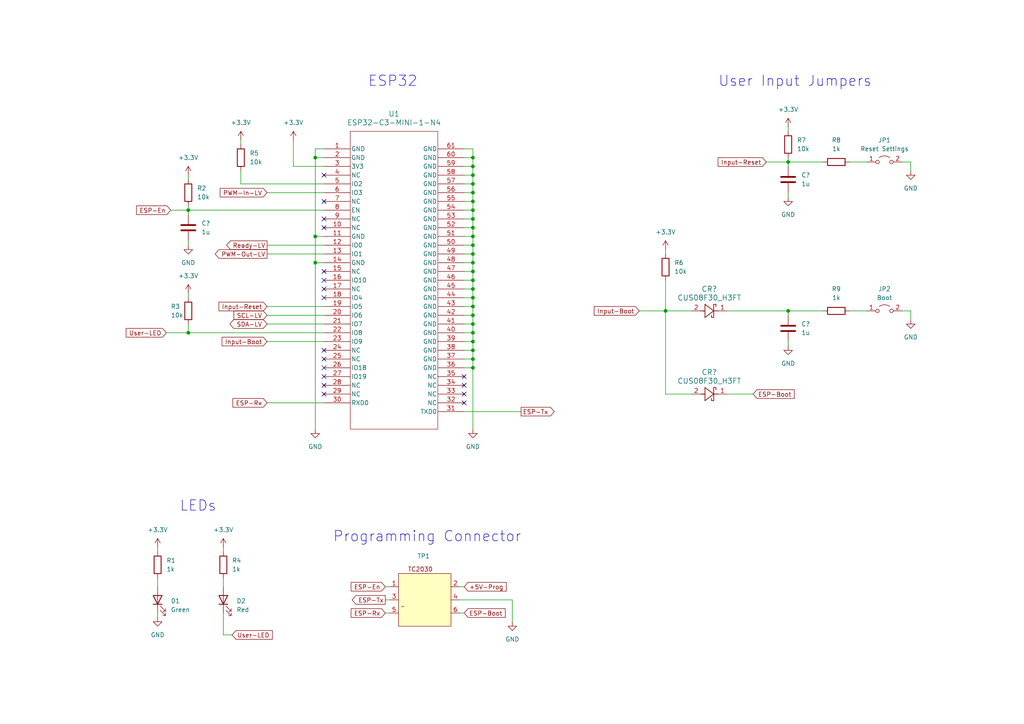
<source format=kicad_sch>
(kicad_sch (version 20230121) (generator eeschema)
  (paper "A4")
  (title_block (title "Hydrofoil Control") (date "2023-09-04") (rev "v1.0") (company "Tamás Nagy"))
  (lib_symbols
    (symbol "2023-09-11_18-18-06:ESP32-C3-MINI-1-N4" (pin_names (offset 0.254))
      (property "Reference" "U" (at 20.32 10.16 0))
      (property "Value" "ESP32-C3-MINI-1-N4" (at 20.32 7.62 0))
      (symbol "ESP32-C3-MINI-1-N4_0_1"
        (polyline (pts (xy 7.62 -81.28) (xy 33.02 -81.28)) (stroke (width 0.127)))
        (polyline (pts (xy 7.62 5.08) (xy 7.62 -81.28)) (stroke (width 0.127)))
        (polyline (pts (xy 33.02 -81.28) (xy 33.02 5.08)) (stroke (width 0.127)))
        (polyline (pts (xy 33.02 5.08) (xy 7.62 5.08)) (stroke (width 0.127)))
        (pin power_out line (at 0 0 0) (length 7.62) (name "GND") (number "1"))
        (pin no_connect line (at 0 -22.86 0) (length 7.62) (name "NC") (number "10"))
        (pin power_out line (at 0 -25.4 0) (length 7.62) (name "GND") (number "11"))
        (pin bidirectional line (at 0 -27.94 0) (length 7.62) (name "IO0") (number "12"))
        (pin bidirectional line (at 0 -30.48 0) (length 7.62) (name "IO1") (number "13"))
        (pin power_out line (at 0 -33.02 0) (length 7.62) (name "GND") (number "14"))
        (pin no_connect line (at 0 -35.56 0) (length 7.62) (name "NC") (number "15"))
        (pin bidirectional line (at 0 -38.1 0) (length 7.62) (name "IO10") (number "16"))
        (pin no_connect line (at 0 -40.64 0) (length 7.62) (name "NC") (number "17"))
        (pin bidirectional line (at 0 -43.18 0) (length 7.62) (name "IO4") (number "18"))
        (pin bidirectional line (at 0 -45.72 0) (length 7.62) (name "IO5") (number "19"))
        (pin power_out line (at 0 -2.54 0) (length 7.62) (name "GND") (number "2"))
        (pin bidirectional line (at 0 -48.26 0) (length 7.62) (name "IO6") (number "20"))
        (pin bidirectional line (at 0 -50.8 0) (length 7.62) (name "IO7") (number "21"))
        (pin bidirectional line (at 0 -53.34 0) (length 7.62) (name "IO8") (number "22"))
        (pin bidirectional line (at 0 -55.88 0) (length 7.62) (name "IO9") (number "23"))
        (pin no_connect line (at 0 -58.42 0) (length 7.62) (name "NC") (number "24"))
        (pin no_connect line (at 0 -60.96 0) (length 7.62) (name "NC") (number "25"))
        (pin bidirectional line (at 0 -63.5 0) (length 7.62) (name "IO18") (number "26"))
        (pin bidirectional line (at 0 -66.04 0) (length 7.62) (name "IO19") (number "27"))
        (pin no_connect line (at 0 -68.58 0) (length 7.62) (name "NC") (number "28"))
        (pin no_connect line (at 0 -71.12 0) (length 7.62) (name "NC") (number "29"))
        (pin power_in line (at 0 -5.08 0) (length 7.62) (name "3V3") (number "3"))
        (pin bidirectional line (at 0 -73.66 0) (length 7.62) (name "RXD0") (number "30"))
        (pin bidirectional line (at 40.64 -76.2 180) (length 7.62) (name "TXD0") (number "31"))
        (pin no_connect line (at 40.64 -73.66 180) (length 7.62) (name "NC") (number "32"))
        (pin no_connect line (at 40.64 -71.12 180) (length 7.62) (name "NC") (number "33"))
        (pin no_connect line (at 40.64 -68.58 180) (length 7.62) (name "NC") (number "34"))
        (pin no_connect line (at 40.64 -66.04 180) (length 7.62) (name "NC") (number "35"))
        (pin power_out line (at 40.64 -63.5 180) (length 7.62) (name "GND") (number "36"))
        (pin power_out line (at 40.64 -60.96 180) (length 7.62) (name "GND") (number "37"))
        (pin power_out line (at 40.64 -58.42 180) (length 7.62) (name "GND") (number "38"))
        (pin power_out line (at 40.64 -55.88 180) (length 7.62) (name "GND") (number "39"))
        (pin no_connect line (at 0 -7.62 0) (length 7.62) (name "NC") (number "4"))
        (pin power_out line (at 40.64 -53.34 180) (length 7.62) (name "GND") (number "40"))
        (pin power_out line (at 40.64 -50.8 180) (length 7.62) (name "GND") (number "41"))
        (pin power_out line (at 40.64 -48.26 180) (length 7.62) (name "GND") (number "42"))
        (pin power_out line (at 40.64 -45.72 180) (length 7.62) (name "GND") (number "43"))
        (pin power_out line (at 40.64 -43.18 180) (length 7.62) (name "GND") (number "44"))
        (pin power_out line (at 40.64 -40.64 180) (length 7.62) (name "GND") (number "45"))
        (pin power_out line (at 40.64 -38.1 180) (length 7.62) (name "GND") (number "46"))
        (pin power_out line (at 40.64 -35.56 180) (length 7.62) (name "GND") (number "47"))
        (pin power_out line (at 40.64 -33.02 180) (length 7.62) (name "GND") (number "48"))
        (pin power_out line (at 40.64 -30.48 180) (length 7.62) (name "GND") (number "49"))
        (pin bidirectional line (at 0 -10.16 0) (length 7.62) (name "IO2") (number "5"))
        (pin power_out line (at 40.64 -27.94 180) (length 7.62) (name "GND") (number "50"))
        (pin power_out line (at 40.64 -25.4 180) (length 7.62) (name "GND") (number "51"))
        (pin power_out line (at 40.64 -22.86 180) (length 7.62) (name "GND") (number "52"))
        (pin power_out line (at 40.64 -20.32 180) (length 7.62) (name "GND") (number "53"))
        (pin power_out line (at 40.64 -17.78 180) (length 7.62) (name "GND") (number "54"))
        (pin power_out line (at 40.64 -15.24 180) (length 7.62) (name "GND") (number "55"))
        (pin power_out line (at 40.64 -12.7 180) (length 7.62) (name "GND") (number "56"))
        (pin power_out line (at 40.64 -10.16 180) (length 7.62) (name "GND") (number "57"))
        (pin power_out line (at 40.64 -7.62 180) (length 7.62) (name "GND") (number "58"))
        (pin power_out line (at 40.64 -5.08 180) (length 7.62) (name "GND") (number "59"))
        (pin bidirectional line (at 0 -12.7 0) (length 7.62) (name "IO3") (number "6"))
        (pin power_out line (at 40.64 -2.54 180) (length 7.62) (name "GND") (number "60"))
        (pin power_out line (at 40.64 0 180) (length 7.62) (name "GND") (number "61"))
        (pin no_connect line (at 0 -15.24 0) (length 7.62) (name "NC") (number "7"))
        (pin input line (at 0 -17.78 0) (length 7.62) (name "EN") (number "8"))
        (pin no_connect line (at 0 -20.32 0) (length 7.62) (name "NC") (number "9"))
      )
    )
    (symbol "2023-09-11_18-18-06:TC2030"
      (property "Reference" "TP" (at 2.54 15.24 0))
      (symbol "TC2030_1_0"
        (pin input line (at -6.35 7.62 0) (length 2.54) (name "") (number "1"))
        (pin power_in line (at 13.97 7.62 180) (length 2.54) (name "") (number "2"))
        (pin input line (at -6.35 3.81 0) (length 2.54) (name "") (number "3"))
        (pin power_in line (at 13.97 3.81 180) (length 2.54) (name "") (number "4"))
        (pin input line (at -6.35 0 0) (length 2.54) (name "") (number "5"))
        (pin output line (at 13.97 0 180) (length 2.54) (name "") (number "6"))
      )
      (symbol "TC2030_1_1"
        (rectangle (start -3.81 11.43) (end 11.43 -3.81) (fill (type background)))
        (text "TC2030" (at 2.54 12.7 0) (effects (font (size 1.27 1.27))))
      )
    )
    (symbol "2023-10-06_10-19-56:CUS08F30_H3FT" (pin_names (offset 0.254))
      (property "Reference" "CR" (at 5.08 4.445 0))
      (property "Value" "CUS08F30_H3FT" (at 5.08 -3.81 0))
      (symbol "CUS08F30_H3FT_1_1"
        (polyline (pts (xy 2.54 0) (xy 3.4798 0)) (stroke (width 0.2032)))
        (polyline (pts (xy 3.175 0) (xy 3.81 0)) (stroke (width 0.2032)))
        (polyline (pts (xy 3.81 -1.905) (xy 6.35 0)) (stroke (width 0.2032)))
        (polyline (pts (xy 3.81 1.905) (xy 3.81 -1.905)) (stroke (width 0.2032)))
        (polyline (pts (xy 6.35 -1.905) (xy 6.35 1.905)) (stroke (width 0.2032)))
        (polyline (pts (xy 6.35 0) (xy 3.81 1.905)) (stroke (width 0.2032)))
        (polyline (pts (xy 6.35 0) (xy 7.62 0)) (stroke (width 0.2032)))
        (polyline (pts (xy 6.35 -1.905) (xy 5.715 -1.905) (xy 5.715 -1.27)) (stroke (width 0.2032)))
        (polyline (pts (xy 6.35 1.905) (xy 6.985 1.905) (xy 6.985 1.27)) (stroke (width 0.2032)))
        (pin unspecified line (at 10.16 0 180) (length 2.54) (name "") (number "1"))
        (pin unspecified line (at 0 0 0) (length 2.54) (name "") (number "2"))
      )
      (symbol "CUS08F30_H3FT_1_2"
        (polyline (pts (xy -1.905 3.81) (xy 1.905 3.81)) (stroke (width 0.2032)))
        (polyline (pts (xy 0 2.54) (xy 0 3.4798)) (stroke (width 0.2032)))
        (polyline (pts (xy 0 3.175) (xy 0 3.81)) (stroke (width 0.2032)))
        (polyline (pts (xy 0 6.35) (xy -1.905 3.81)) (stroke (width 0.2032)))
        (polyline (pts (xy 0 6.35) (xy 0 7.62)) (stroke (width 0.2032)))
        (polyline (pts (xy 1.905 3.81) (xy 0 6.35)) (stroke (width 0.2032)))
        (polyline (pts (xy 1.905 6.35) (xy -1.905 6.35)) (stroke (width 0.2032)))
        (pin unspecified line (at 0 10.16 270) (length 2.54) (name "") (number "1"))
        (pin unspecified line (at 0 0 90) (length 2.54) (name "") (number "2"))
      )
    )
    (symbol "Device:C" (pin_numbers hide) (pin_names (offset 0.254))
      (property "Reference" "C" (at 0.635 2.54 0))
      (property "Value" "C" (at 0.635 -2.54 0))
      (symbol "C_0_1"
        (polyline (pts (xy -2.032 -0.762) (xy 2.032 -0.762)) (stroke (width 0.508)))
        (polyline (pts (xy -2.032 0.762) (xy 2.032 0.762)) (stroke (width 0.508)))
      )
      (symbol "C_1_1"
        (pin passive line (at 0 3.81 270) (length 2.794) (name "~") (number "1"))
        (pin passive line (at 0 -3.81 90) (length 2.794) (name "~") (number "2"))
      )
    )
    (symbol "Device:LED" (pin_numbers hide) (pin_names (offset 1.016) hide)
      (property "Reference" "D" (at 0 2.54 0))
      (property "Value" "LED" (at 0 -2.54 0))
      (symbol "LED_0_1"
        (polyline (pts (xy -1.27 -1.27) (xy -1.27 1.27)) (stroke (width 0.254)))
        (polyline (pts (xy -1.27 0) (xy 1.27 0)))
        (polyline (pts (xy 1.27 -1.27) (xy 1.27 1.27) (xy -1.27 0) (xy 1.27 -1.27)) (stroke (width 0.254)))
        (polyline (pts (xy -3.048 -0.762) (xy -4.572 -2.286) (xy -3.81 -2.286) (xy -4.572 -2.286) (xy -4.572 -1.524)))
        (polyline (pts (xy -1.778 -0.762) (xy -3.302 -2.286) (xy -2.54 -2.286) (xy -3.302 -2.286) (xy -3.302 -1.524)))
      )
      (symbol "LED_1_1"
        (pin passive line (at -3.81 0 0) (length 2.54) (name "K") (number "1"))
        (pin passive line (at 3.81 0 180) (length 2.54) (name "A") (number "2"))
      )
    )
    (symbol "Device:R" (pin_numbers hide) (pin_names (offset 0))
      (property "Reference" "R" (at 2.032 0 90))
      (property "Value" "R" (at 0 0 90))
      (symbol "R_0_1"
        (rectangle (start -1.016 -2.54) (end 1.016 2.54) (stroke (width 0.254)))
      )
      (symbol "R_1_1"
        (pin passive line (at 0 3.81 270) (length 1.27) (name "~") (number "1"))
        (pin passive line (at 0 -3.81 90) (length 1.27) (name "~") (number "2"))
      )
    )
    (symbol "Jumper:Jumper_2_Open" (pin_names (offset 0) hide)
      (property "Reference" "JP" (at 0 2.794 0))
      (property "Value" "Jumper_2_Open" (at 0 -2.286 0))
      (symbol "Jumper_2_Open_0_0"
        (circle (center -2.032 0) (radius 0.508))
        (circle (center 2.032 0) (radius 0.508))
      )
      (symbol "Jumper_2_Open_0_1"
        (arc (start 1.524 1.27) (mid 0 1.778) (end -1.524 1.27))
      )
      (symbol "Jumper_2_Open_1_1"
        (pin passive line (at -5.08 0 0) (length 2.54) (name "A") (number "1"))
        (pin passive line (at 5.08 0 180) (length 2.54) (name "B") (number "2"))
      )
    )
    (symbol "power:+3.3V" (power) (pin_names (offset 0))
      (property "Value" "+3.3V" (at 0 3.556 0))
      (symbol "+3.3V_0_1"
        (polyline (pts (xy -0.762 1.27) (xy 0 2.54)))
        (polyline (pts (xy 0 0) (xy 0 2.54)))
        (polyline (pts (xy 0 2.54) (xy 0.762 1.27)))
      )
      (symbol "+3.3V_1_1"
        (pin power_in line (at 0 0 90) (length 0) hide (name "+3.3V") (number "1"))
      )
    )
    (symbol "power:GND" (power) (pin_names (offset 0))
      (property "Value" "GND" (at 0 -3.81 0))
      (symbol "GND_0_1"
        (polyline (pts (xy 0 0) (xy 0 -1.27) (xy 1.27 -1.27) (xy 0 -2.54) (xy -1.27 -1.27) (xy 0 -1.27)))
      )
      (symbol "GND_1_1"
        (pin power_in line (at 0 0 270) (length 0) hide (name "GND") (number "1"))
      )
    )
  )
  (junction (at 137.16 71.12))
  (junction (at 137.16 86.36))
  (junction (at 137.16 101.6))
  (junction (at 137.16 78.74))
  (junction (at 137.16 53.34))
  (junction (at 137.16 91.44))
  (junction (at 137.16 68.58))
  (junction (at 54.61 96.52))
  (junction (at 137.16 99.06))
  (junction (at 137.16 58.42))
  (junction (at 137.16 50.8))
  (junction (at 137.16 63.5))
  (junction (at 137.16 66.04))
  (junction (at 137.16 55.88))
  (junction (at 137.16 76.2))
  (junction (at 137.16 93.98))
  (junction (at 137.16 96.52))
  (junction (at 137.16 73.66))
  (junction (at 137.16 106.68))
  (junction (at 193.04 90.17))
  (junction (at 137.16 81.28))
  (junction (at 137.16 83.82))
  (junction (at 137.16 60.96))
  (junction (at 91.44 76.2))
  (junction (at 137.16 48.26))
  (junction (at 137.16 45.72))
  (junction (at 228.6 90.17))
  (junction (at 228.6 46.99))
  (junction (at 91.44 68.58))
  (junction (at 54.61 60.96))
  (junction (at 137.16 88.9))
  (junction (at 137.16 104.14))
  (junction (at 91.44 45.72))
  (no_connect (at 134.62 111.76))
  (no_connect (at 134.62 116.84))
  (no_connect (at 134.62 114.3))
  (no_connect (at 93.98 78.74))
  (no_connect (at 134.62 109.22))
  (no_connect (at 93.98 81.28))
  (no_connect (at 93.98 83.82))
  (no_connect (at 93.98 109.22))
  (no_connect (at 93.98 58.42))
  (no_connect (at 93.98 63.5))
  (no_connect (at 93.98 86.36))
  (no_connect (at 93.98 106.68))
  (no_connect (at 93.98 50.8))
  (no_connect (at 93.98 114.3))
  (no_connect (at 93.98 111.76))
  (no_connect (at 93.98 104.14))
  (no_connect (at 93.98 101.6))
  (no_connect (at 93.98 66.04))
  (wire (pts (xy 45.72 158.75) (xy 45.72 160.02)))
  (wire (pts (xy 77.47 71.12) (xy 93.98 71.12)))
  (wire (pts (xy 137.16 86.36) (xy 137.16 88.9)))
  (wire (pts (xy 77.47 55.88) (xy 93.98 55.88)))
  (wire (pts (xy 137.16 88.9) (xy 137.16 91.44)))
  (wire (pts (xy 54.61 59.69) (xy 54.61 60.96)))
  (wire (pts (xy 134.62 96.52) (xy 137.16 96.52)))
  (wire (pts (xy 91.44 45.72) (xy 91.44 68.58)))
  (wire (pts (xy 134.62 86.36) (xy 137.16 86.36)))
  (wire (pts (xy 137.16 106.68) (xy 137.16 124.46)))
  (wire (pts (xy 134.62 83.82) (xy 137.16 83.82)))
  (wire (pts (xy 77.47 93.98) (xy 93.98 93.98)))
  (wire (pts (xy 222.25 46.99) (xy 228.6 46.99)))
  (wire (pts (xy 93.98 43.18) (xy 91.44 43.18)))
  (wire (pts (xy 137.16 73.66) (xy 137.16 76.2)))
  (wire (pts (xy 200.66 114.3) (xy 193.04 114.3)))
  (wire (pts (xy 134.62 81.28) (xy 137.16 81.28)))
  (wire (pts (xy 77.47 88.9) (xy 93.98 88.9)))
  (wire (pts (xy 134.62 66.04) (xy 137.16 66.04)))
  (wire (pts (xy 137.16 55.88) (xy 137.16 58.42)))
  (wire (pts (xy 137.16 58.42) (xy 137.16 60.96)))
  (wire (pts (xy 91.44 45.72) (xy 93.98 45.72)))
  (wire (pts (xy 91.44 43.18) (xy 91.44 45.72)))
  (wire (pts (xy 134.62 78.74) (xy 137.16 78.74)))
  (wire (pts (xy 264.16 46.99) (xy 264.16 49.53)))
  (wire (pts (xy 54.61 69.85) (xy 54.61 71.12)))
  (wire (pts (xy 228.6 90.17) (xy 238.76 90.17)))
  (wire (pts (xy 193.04 81.28) (xy 193.04 90.17)))
  (wire (pts (xy 137.16 68.58) (xy 137.16 71.12)))
  (wire (pts (xy 134.62 106.68) (xy 137.16 106.68)))
  (wire (pts (xy 246.38 46.99) (xy 251.46 46.99)))
  (wire (pts (xy 91.44 68.58) (xy 93.98 68.58)))
  (wire (pts (xy 77.47 116.84) (xy 93.98 116.84)))
  (wire (pts (xy 134.62 43.18) (xy 137.16 43.18)))
  (wire (pts (xy 137.16 50.8) (xy 137.16 53.34)))
  (wire (pts (xy 91.44 76.2) (xy 93.98 76.2)))
  (wire (pts (xy 137.16 76.2) (xy 137.16 78.74)))
  (wire (pts (xy 137.16 71.12) (xy 137.16 73.66)))
  (wire (pts (xy 137.16 45.72) (xy 137.16 48.26)))
  (wire (pts (xy 137.16 99.06) (xy 137.16 101.6)))
  (wire (pts (xy 77.47 91.44) (xy 93.98 91.44)))
  (wire (pts (xy 64.77 158.75) (xy 64.77 160.02)))
  (wire (pts (xy 228.6 45.72) (xy 228.6 46.99)))
  (wire (pts (xy 69.85 40.64) (xy 69.85 41.91)))
  (wire (pts (xy 91.44 76.2) (xy 91.44 124.46)))
  (wire (pts (xy 228.6 46.99) (xy 238.76 46.99)))
  (wire (pts (xy 134.62 104.14) (xy 137.16 104.14)))
  (wire (pts (xy 261.62 90.17) (xy 264.16 90.17)))
  (wire (pts (xy 134.62 73.66) (xy 137.16 73.66)))
  (wire (pts (xy 134.62 50.8) (xy 137.16 50.8)))
  (wire (pts (xy 134.62 99.06) (xy 137.16 99.06)))
  (wire (pts (xy 228.6 99.06) (xy 228.6 100.33)))
  (wire (pts (xy 264.16 90.17) (xy 264.16 92.71)))
  (wire (pts (xy 134.62 63.5) (xy 137.16 63.5)))
  (wire (pts (xy 54.61 60.96) (xy 93.98 60.96)))
  (wire (pts (xy 134.62 68.58) (xy 137.16 68.58)))
  (wire (pts (xy 54.61 60.96) (xy 54.61 62.23)))
  (wire (pts (xy 193.04 90.17) (xy 200.66 90.17)))
  (wire (pts (xy 137.16 63.5) (xy 137.16 66.04)))
  (wire (pts (xy 210.82 90.17) (xy 228.6 90.17)))
  (wire (pts (xy 45.72 167.64) (xy 45.72 170.18)))
  (wire (pts (xy 54.61 50.8) (xy 54.61 52.07)))
  (wire (pts (xy 133.35 170.18) (xy 134.62 170.18)))
  (wire (pts (xy 148.59 173.99) (xy 148.59 180.34)))
  (wire (pts (xy 137.16 93.98) (xy 137.16 96.52)))
  (wire (pts (xy 137.16 91.44) (xy 137.16 93.98)))
  (wire (pts (xy 228.6 46.99) (xy 228.6 48.26)))
  (wire (pts (xy 134.62 71.12) (xy 137.16 71.12)))
  (wire (pts (xy 261.62 46.99) (xy 264.16 46.99)))
  (wire (pts (xy 137.16 81.28) (xy 137.16 83.82)))
  (wire (pts (xy 137.16 83.82) (xy 137.16 86.36)))
  (wire (pts (xy 69.85 49.53) (xy 69.85 53.34)))
  (wire (pts (xy 134.62 93.98) (xy 137.16 93.98)))
  (wire (pts (xy 137.16 96.52) (xy 137.16 99.06)))
  (wire (pts (xy 134.62 48.26) (xy 137.16 48.26)))
  (wire (pts (xy 137.16 53.34) (xy 137.16 55.88)))
  (wire (pts (xy 134.62 60.96) (xy 137.16 60.96)))
  (wire (pts (xy 137.16 66.04) (xy 137.16 68.58)))
  (wire (pts (xy 134.62 88.9) (xy 137.16 88.9)))
  (wire (pts (xy 134.62 101.6) (xy 137.16 101.6)))
  (wire (pts (xy 210.82 114.3) (xy 218.44 114.3)))
  (wire (pts (xy 228.6 36.83) (xy 228.6 38.1)))
  (wire (pts (xy 134.62 53.34) (xy 137.16 53.34)))
  (wire (pts (xy 85.09 40.64) (xy 85.09 48.26)))
  (wire (pts (xy 111.76 177.8) (xy 113.03 177.8)))
  (wire (pts (xy 134.62 91.44) (xy 137.16 91.44)))
  (wire (pts (xy 137.16 43.18) (xy 137.16 45.72)))
  (wire (pts (xy 137.16 104.14) (xy 137.16 106.68)))
  (wire (pts (xy 111.76 173.99) (xy 113.03 173.99)))
  (wire (pts (xy 228.6 55.88) (xy 228.6 57.15)))
  (wire (pts (xy 45.72 177.8) (xy 45.72 179.07)))
  (wire (pts (xy 193.04 90.17) (xy 193.04 114.3)))
  (wire (pts (xy 54.61 85.09) (xy 54.61 86.36)))
  (wire (pts (xy 64.77 177.8) (xy 64.77 184.15)))
  (wire (pts (xy 133.35 177.8) (xy 134.62 177.8)))
  (wire (pts (xy 64.77 184.15) (xy 67.31 184.15)))
  (wire (pts (xy 134.62 58.42) (xy 137.16 58.42)))
  (wire (pts (xy 137.16 78.74) (xy 137.16 81.28)))
  (wire (pts (xy 134.62 76.2) (xy 137.16 76.2)))
  (wire (pts (xy 54.61 96.52) (xy 93.98 96.52)))
  (wire (pts (xy 133.35 173.99) (xy 148.59 173.99)))
  (wire (pts (xy 54.61 93.98) (xy 54.61 96.52)))
  (wire (pts (xy 134.62 55.88) (xy 137.16 55.88)))
  (wire (pts (xy 77.47 73.66) (xy 93.98 73.66)))
  (wire (pts (xy 137.16 60.96) (xy 137.16 63.5)))
  (wire (pts (xy 48.26 96.52) (xy 54.61 96.52)))
  (wire (pts (xy 137.16 48.26) (xy 137.16 50.8)))
  (wire (pts (xy 246.38 90.17) (xy 251.46 90.17)))
  (wire (pts (xy 77.47 99.06) (xy 93.98 99.06)))
  (wire (pts (xy 137.16 101.6) (xy 137.16 104.14)))
  (wire (pts (xy 111.76 170.18) (xy 113.03 170.18)))
  (wire (pts (xy 64.77 167.64) (xy 64.77 170.18)))
  (wire (pts (xy 85.09 48.26) (xy 93.98 48.26)))
  (wire (pts (xy 228.6 90.17) (xy 228.6 91.44)))
  (wire (pts (xy 91.44 68.58) (xy 91.44 76.2)))
  (wire (pts (xy 185.42 90.17) (xy 193.04 90.17)))
  (wire (pts (xy 193.04 72.39) (xy 193.04 73.66)))
  (wire (pts (xy 69.85 53.34) (xy 93.98 53.34)))
  (wire (pts (xy 134.62 119.38) (xy 151.13 119.38)))
  (wire (pts (xy 134.62 45.72) (xy 137.16 45.72)))
  (wire (pts (xy 49.53 60.96) (xy 54.61 60.96)))
  (text "LEDs" (at 52.07 148.59 0) (effects (font (size 3 3)) (justify left bottom)))
  (text "User Input Jumpers" (at 208.28 25.4 0) (effects (font (size 3 3)) (justify left bottom)))
  (text "Programming Connector" (at 96.52 157.48 0) (effects (font (size 3 3)) (justify left bottom)))
  (text "ESP32" (at 106.68 25.4 0) (effects (font (size 3 3)) (justify left bottom)))
  (global_label "ESP-Boot" (shape input) (at 134.62 177.8 0) (property "Intersheetrefs" "${INTERSHEET_REFS}" (effects hide)) (property "Netclass" "Default" (effects hide)))
  (global_label "Input-Reset" (shape input) (at 222.25 46.99 180) (property "Intersheetrefs" "${INTERSHEET_REFS}" (effects hide)) (property "Netclass" "Default" (effects hide)))
  (global_label "PWM-Out-LV" (shape output) (at 77.47 73.66 180) (property "Intersheetrefs" "${INTERSHEET_REFS}" (effects hide)) (property "Netclass" "Default" (effects hide)))
  (global_label "ESP-Tx" (shape output) (at 111.76 173.99 180) (property "Intersheetrefs" "${INTERSHEET_REFS}" (effects hide)) (property "Netclass" "Default" (effects hide)))
  (global_label "Input-Reset" (shape input) (at 77.47 88.9 180) (property "Intersheetrefs" "${INTERSHEET_REFS}" (effects hide)) (property "Netclass" "Default" (effects hide)))
  (global_label "Input-Boot" (shape input) (at 185.42 90.17 180) (property "Intersheetrefs" "${INTERSHEET_REFS}" (effects hide)) (property "Netclass" "Default" (effects hide)))
  (global_label "+5V-Prog" (shape input) (at 134.62 170.18 0) (property "Intersheetrefs" "${INTERSHEET_REFS}" (effects hide)) (property "Netclass" "5V" (effects hide)))
  (global_label "SCL-LV" (shape input) (at 77.47 91.44 180) (property "Intersheetrefs" "${INTERSHEET_REFS}" (effects hide)) (property "Netclass" "Default" (effects hide)))
  (global_label "ESP-Rx" (shape input) (at 77.47 116.84 180) (property "Intersheetrefs" "${INTERSHEET_REFS}" (effects hide)) (property "Netclass" "Default" (effects hide)))
  (global_label "PWM-In-LV" (shape input) (at 77.47 55.88 180) (property "Intersheetrefs" "${INTERSHEET_REFS}" (effects hide)) (property "Netclass" "Default" (effects hide)))
  (global_label "User-LED" (shape input) (at 48.26 96.52 180) (property "Intersheetrefs" "${INTERSHEET_REFS}" (effects hide)) (property "Netclass" "Default" (effects hide)))
  (global_label "ESP-En" (shape input) (at 49.53 60.96 180) (property "Intersheetrefs" "${INTERSHEET_REFS}" (effects hide)) (property "Netclass" "Default" (effects hide)))
  (global_label "Input-Boot" (shape input) (at 77.47 99.06 180) (property "Intersheetrefs" "${INTERSHEET_REFS}" (effects hide)) (property "Netclass" "Default" (effects hide)))
  (global_label "ESP-En" (shape input) (at 111.76 170.18 180) (property "Intersheetrefs" "${INTERSHEET_REFS}" (effects hide)) (property "Netclass" "Default" (effects hide)))
  (global_label "User-LED" (shape input) (at 67.31 184.15 0) (property "Intersheetrefs" "${INTERSHEET_REFS}" (effects hide)) (property "Netclass" "Default" (effects hide)))
  (global_label "ESP-Tx" (shape output) (at 151.13 119.38 0) (property "Intersheetrefs" "${INTERSHEET_REFS}" (effects hide)) (property "Netclass" "Default" (effects hide)))
  (global_label "ESP-Boot" (shape input) (at 218.44 114.3 0) (property "Intersheetrefs" "${INTERSHEET_REFS}" (effects hide)) (property "Netclass" "Default" (effects hide)))
  (global_label "Ready-LV" (shape output) (at 77.47 71.12 180) (property "Intersheetrefs" "${INTERSHEET_REFS}" (effects hide)) (property "Netclass" "Default" (effects hide)))
  (global_label "SDA-LV" (shape bidirectional) (at 77.47 93.98 180) (property "Intersheetrefs" "${INTERSHEET_REFS}" (effects hide)) (property "Netclass" "Default" (effects hide)))
  (global_label "ESP-Rx" (shape input) (at 111.76 177.8 180) (property "Intersheetrefs" "${INTERSHEET_REFS}" (effects hide)) (property "Netclass" "Default" (effects hide)))
  (symbol (lib_id "Jumper:Jumper_2_Open") (at 256.54 90.17 0) (unit 1)
    (property "Reference" "JP2" (at 256.54 83.82 0))
    (property "Value" "Boot" (at 256.54 86.36 0))
    (property "Footprint" "Jumper:SolderJumper-2_P1.3mm_Open_RoundedPad1.0x1.5mm" (effects hide))
  )
  (symbol (lib_id "Device:R") (at 64.77 163.83 0) (unit 1)
    (property "Reference" "R4" (at 67.31 162.56 0) (effects (justify left)))
    (property "Value" "1k" (at 67.31 165.1 0) (effects (justify left)))
    (property "Footprint" "Resistor_SMD:R_0402_1005Metric_Pad0.72x0.64mm_HandSolder" (effects hide))
  )
  (symbol (lib_id "power:GND") (at 228.6 100.33 0) (unit 1)
    (property "Reference" "#PWR015" (effects hide))
    (property "Value" "GND" (at 228.6 105.41 0))
  )
  (symbol (lib_id "Device:LED") (at 45.72 173.99 90) (unit 1)
    (property "Reference" "D1" (at 49.53 174.3075 90) (effects (justify right)))
    (property "Value" "Green" (at 49.53 176.8475 90) (effects (justify right)))
    (property "Footprint" "LED_SMD:LED_0201_0603Metric_Pad0.64x0.40mm_HandSolder" (effects hide))
  )
  (symbol (lib_id "Device:R") (at 54.61 90.17 0) (unit 1)
    (property "Reference" "R3" (at 49.53 88.9 0) (effects (justify left)))
    (property "Value" "10k" (at 49.53 91.44 0) (effects (justify left)))
    (property "Footprint" "Resistor_SMD:R_0402_1005Metric_Pad0.72x0.64mm_HandSolder" (effects hide))
  )
  (symbol (lib_id "2023-10-06_10-19-56:CUS08F30_H3FT") (at 200.66 90.17 0) (unit 1)
    (property "Reference" "CR?" (at 205.74 83.82 0) (effects (font (size 1.524 1.524))))
    (property "Value" "CUS08F30_H3FT" (at 205.74 86.36 0) (effects (font (size 1.524 1.524))))
    (property "Footprint" "CUS08F30:USC_TOS" (effects hide))
    (property "Datasheet" "https://www.vishay.com/docs/63717/sip32408.pdf" (effects hide))
    (instances (project "Hydrofoil" (path "" (reference "CR?") (unit 1)) (path "" (reference "CR1") (unit 1))))
  )
  (symbol (lib_id "power:+3.3V") (at 64.77 158.75 0) (unit 1)
    (property "Reference" "#PWR06" (effects hide))
    (property "Value" "+3.3V" (at 64.77 153.67 0))
  )
  (symbol (lib_id "Device:R") (at 242.57 90.17 90) (unit 1)
    (property "Reference" "R9" (at 242.57 83.82 90))
    (property "Value" "1k" (at 242.57 86.36 90))
    (property "Footprint" "Resistor_SMD:R_0402_1005Metric_Pad0.72x0.64mm_HandSolder" (effects hide))
  )
  (symbol (lib_id "2023-09-11_18-18-06:ESP32-C3-MINI-1-N4") (at 93.98 43.18 0) (unit 1)
    (property "Reference" "U1" (at 114.3 33.02 0) (effects (font (size 1.524 1.524))))
    (property "Value" "ESP32-C3-MINI-1-N4" (at 114.3 35.56 0) (effects (font (size 1.524 1.524))))
    (property "Footprint" "ESP32-C3-MINI-1-N4:ESP32-C3-MINI-1_EXP" (effects hide))
    (property "Datasheet" "ESP32-C3-MINI-1-N4" (effects hide))
  )
  (symbol (lib_id "power:+3.3V") (at 54.61 85.09 0) (unit 1)
    (property "Reference" "#PWR05" (effects hide))
    (property "Value" "+3.3V" (at 54.61 80.01 0))
  )
  (symbol (lib_id "power:GND") (at 91.44 124.46 0) (unit 1)
    (property "Reference" "#PWR09" (effects hide))
    (property "Value" "GND" (at 91.44 129.54 0))
  )
  (symbol (lib_id "Device:C") (at 54.61 66.04 0) (unit 1)
    (property "Reference" "C?" (at 58.42 64.77 0) (effects (justify left)))
    (property "Value" "1u" (at 58.42 67.31 0) (effects (justify left)))
    (property "Footprint" "Capacitor_SMD:C_0402_1005Metric_Pad0.74x0.62mm_HandSolder" (effects hide))
    (instances (project "Hydrofoil" (path "" (reference "C?") (unit 1)) (path "" (reference "C1") (unit 1))))
  )
  (symbol (lib_id "power:GND") (at 148.59 180.34 0) (unit 1)
    (property "Reference" "#PWR011" (effects hide))
    (property "Value" "GND" (at 148.59 185.42 0))
  )
  (symbol (lib_id "2023-09-11_18-18-06:TC2030") (at 119.38 177.8 0) (unit 1)
    (property "Reference" "TP1" (at 122.8725 161.29 0))
    (property "Value" "~" (at 116.84 175.895 0))
    (property "Footprint" "Connector:Tag-Connect_TC2030-IDC-NL_2x03_P1.27mm_Vertical" (effects hide))
  )
  (symbol (lib_id "2023-10-06_10-19-56:CUS08F30_H3FT") (at 200.66 114.3 0) (unit 1)
    (property "Reference" "CR?" (at 205.74 107.95 0) (effects (font (size 1.524 1.524))))
    (property "Value" "CUS08F30_H3FT" (at 205.74 110.49 0) (effects (font (size 1.524 1.524))))
    (property "Footprint" "CUS08F30:USC_TOS" (effects hide))
    (property "Datasheet" "https://www.vishay.com/docs/63717/sip32408.pdf" (effects hide))
    (instances (project "Hydrofoil" (path "" (reference "CR?") (unit 1)) (path "" (reference "CR2") (unit 1))))
  )
  (symbol (lib_id "power:GND") (at 137.16 124.46 0) (unit 1)
    (property "Reference" "#PWR010" (effects hide))
    (property "Value" "GND" (at 137.16 129.54 0))
  )
  (symbol (lib_id "power:GND") (at 264.16 49.53 0) (unit 1)
    (property "Reference" "#PWR016" (effects hide))
    (property "Value" "GND" (at 264.16 54.61 0))
  )
  (symbol (lib_id "Device:R") (at 242.57 46.99 90) (unit 1)
    (property "Reference" "R8" (at 242.57 40.64 90))
    (property "Value" "1k" (at 242.57 43.18 90))
    (property "Footprint" "Resistor_SMD:R_0402_1005Metric_Pad0.72x0.64mm_HandSolder" (effects hide))
  )
  (symbol (lib_id "Device:C") (at 228.6 95.25 0) (unit 1)
    (property "Reference" "C?" (at 232.41 93.98 0) (effects (justify left)))
    (property "Value" "1u" (at 232.41 96.52 0) (effects (justify left)))
    (property "Footprint" "Capacitor_SMD:C_0402_1005Metric_Pad0.74x0.62mm_HandSolder" (effects hide))
    (instances (project "Hydrofoil" (path "" (reference "C?") (unit 1)) (path "" (reference "C3") (unit 1))))
  )
  (symbol (lib_id "power:+3.3V") (at 45.72 158.75 0) (unit 1)
    (property "Reference" "#PWR01" (effects hide))
    (property "Value" "+3.3V" (at 45.72 153.67 0))
  )
  (symbol (lib_id "Device:R") (at 54.61 55.88 0) (unit 1)
    (property "Reference" "R2" (at 57.15 54.61 0) (effects (justify left)))
    (property "Value" "10k" (at 57.15 57.15 0) (effects (justify left)))
    (property "Footprint" "Resistor_SMD:R_0402_1005Metric_Pad0.72x0.64mm_HandSolder" (effects hide))
  )
  (symbol (lib_id "Device:R") (at 193.04 77.47 0) (unit 1)
    (property "Reference" "R6" (at 195.58 76.2 0) (effects (justify left)))
    (property "Value" "10k" (at 195.58 78.74 0) (effects (justify left)))
    (property "Footprint" "Resistor_SMD:R_0402_1005Metric_Pad0.72x0.64mm_HandSolder" (effects hide))
  )
  (symbol (lib_id "power:GND") (at 45.72 179.07 0) (unit 1)
    (property "Reference" "#PWR02" (effects hide))
    (property "Value" "GND" (at 45.72 184.15 0))
  )
  (symbol (lib_id "Device:R") (at 228.6 41.91 0) (unit 1)
    (property "Reference" "R7" (at 231.14 40.64 0) (effects (justify left)))
    (property "Value" "10k" (at 231.14 43.18 0) (effects (justify left)))
    (property "Footprint" "Resistor_SMD:R_0402_1005Metric_Pad0.72x0.64mm_HandSolder" (effects hide))
  )
  (symbol (lib_id "Device:R") (at 69.85 45.72 0) (unit 1)
    (property "Reference" "R5" (at 72.39 44.45 0) (effects (justify left)))
    (property "Value" "10k" (at 72.39 46.99 0) (effects (justify left)))
    (property "Footprint" "Resistor_SMD:R_0402_1005Metric_Pad0.72x0.64mm_HandSolder" (effects hide))
  )
  (symbol (lib_id "Device:LED") (at 64.77 173.99 90) (unit 1)
    (property "Reference" "D2" (at 68.58 174.3075 90) (effects (justify right)))
    (property "Value" "Red" (at 68.58 176.8475 90) (effects (justify right)))
    (property "Footprint" "LED_SMD:LED_0201_0603Metric_Pad0.64x0.40mm_HandSolder" (effects hide))
  )
  (symbol (lib_id "power:GND") (at 54.61 71.12 0) (unit 1)
    (property "Reference" "#PWR04" (effects hide))
    (property "Value" "GND" (at 54.61 76.2 0))
  )
  (symbol (lib_id "Device:C") (at 228.6 52.07 0) (unit 1)
    (property "Reference" "C?" (at 232.41 50.8 0) (effects (justify left)))
    (property "Value" "1u" (at 232.41 53.34 0) (effects (justify left)))
    (property "Footprint" "Capacitor_SMD:C_0402_1005Metric_Pad0.74x0.62mm_HandSolder" (effects hide))
    (instances (project "Hydrofoil" (path "" (reference "C?") (unit 1)) (path "" (reference "C2") (unit 1))))
  )
  (symbol (lib_id "power:GND") (at 228.6 57.15 0) (unit 1)
    (property "Reference" "#PWR014" (effects hide))
    (property "Value" "GND" (at 228.6 62.23 0))
  )
  (symbol (lib_id "Device:R") (at 45.72 163.83 0) (unit 1)
    (property "Reference" "R1" (at 48.26 162.56 0) (effects (justify left)))
    (property "Value" "1k" (at 48.26 165.1 0) (effects (justify left)))
    (property "Footprint" "Resistor_SMD:R_0402_1005Metric_Pad0.72x0.64mm_HandSolder" (effects hide))
  )
  (symbol (lib_id "power:+3.3V") (at 69.85 40.64 0) (unit 1)
    (property "Reference" "#PWR07" (effects hide))
    (property "Value" "+3.3V" (at 69.85 35.56 0))
  )
  (symbol (lib_id "Jumper:Jumper_2_Open") (at 256.54 46.99 0) (unit 1)
    (property "Reference" "JP1" (at 256.54 40.64 0))
    (property "Value" "Reset Settings" (at 256.54 43.18 0))
    (property "Footprint" "Jumper:SolderJumper-2_P1.3mm_Open_RoundedPad1.0x1.5mm" (effects hide))
  )
  (symbol (lib_id "power:+3.3V") (at 54.61 50.8 0) (unit 1)
    (property "Reference" "#PWR03" (effects hide))
    (property "Value" "+3.3V" (at 54.61 45.72 0))
  )
  (symbol (lib_id "power:GND") (at 264.16 92.71 0) (unit 1)
    (property "Reference" "#PWR017" (effects hide))
    (property "Value" "GND" (at 264.16 97.79 0))
  )
  (symbol (lib_id "power:+3.3V") (at 228.6 36.83 0) (unit 1)
    (property "Reference" "#PWR013" (effects hide))
    (property "Value" "+3.3V" (at 228.6 31.75 0))
  )
  (symbol (lib_id "power:+3.3V") (at 85.09 40.64 0) (unit 1)
    (property "Reference" "#PWR08" (effects hide))
    (property "Value" "+3.3V" (at 85.09 35.56 0))
  )
  (symbol (lib_id "power:+3.3V") (at 193.04 72.39 0) (unit 1)
    (property "Reference" "#PWR012" (effects hide))
    (property "Value" "+3.3V" (at 193.04 67.31 0))
  )
)
</source>
